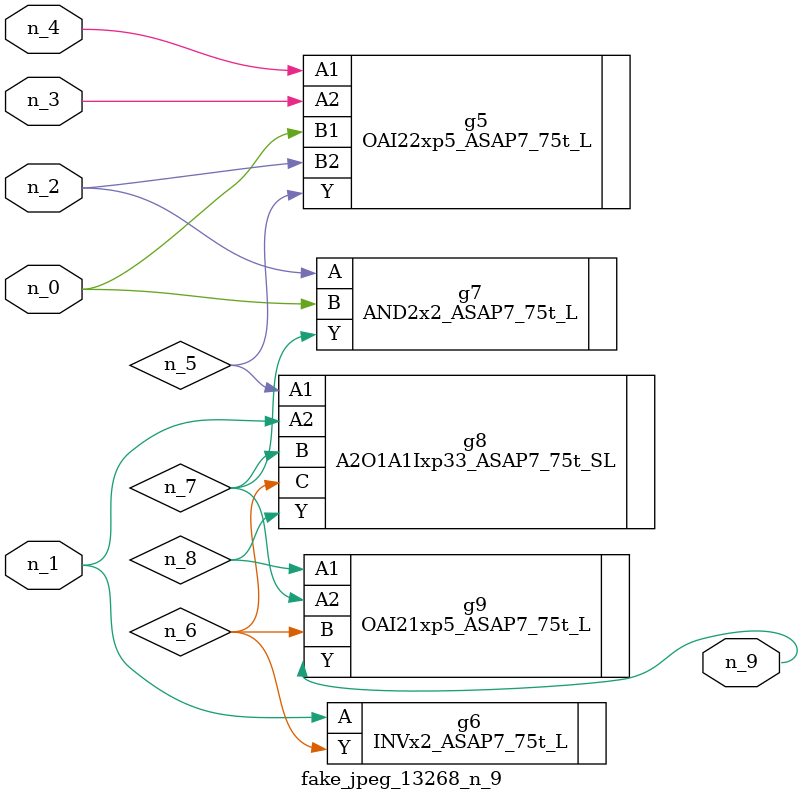
<source format=v>
module fake_jpeg_13268_n_9 (n_3, n_2, n_1, n_0, n_4, n_9);

input n_3;
input n_2;
input n_1;
input n_0;
input n_4;

output n_9;

wire n_8;
wire n_6;
wire n_5;
wire n_7;

OAI22xp5_ASAP7_75t_L g5 ( 
.A1(n_4),
.A2(n_3),
.B1(n_0),
.B2(n_2),
.Y(n_5)
);

INVx2_ASAP7_75t_L g6 ( 
.A(n_1),
.Y(n_6)
);

AND2x2_ASAP7_75t_L g7 ( 
.A(n_2),
.B(n_0),
.Y(n_7)
);

A2O1A1Ixp33_ASAP7_75t_SL g8 ( 
.A1(n_5),
.A2(n_1),
.B(n_7),
.C(n_6),
.Y(n_8)
);

OAI21xp5_ASAP7_75t_L g9 ( 
.A1(n_8),
.A2(n_7),
.B(n_6),
.Y(n_9)
);


endmodule
</source>
